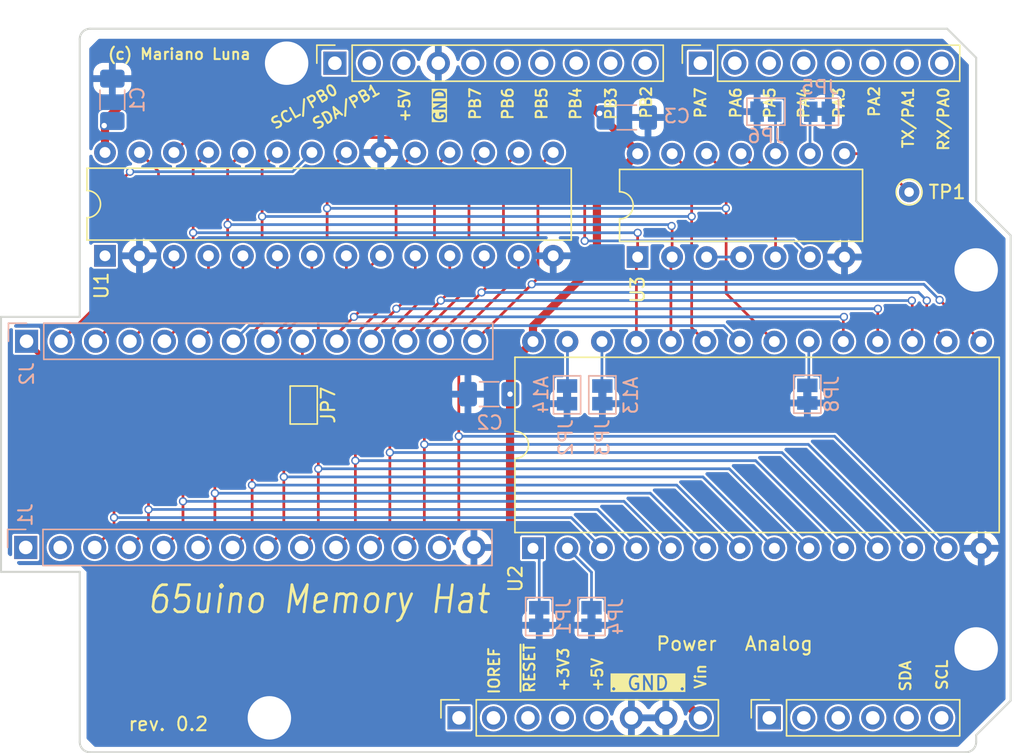
<source format=kicad_pcb>
(kicad_pcb (version 20221018) (generator pcbnew)
  (title_block (title "65uino Memory Hat") (date "2024-01-17") (rev "rev. 0.2") (company "(c) Mariano Luna"))
  (layers (0 "F.Cu" signal) (31 "B.Cu" signal) (34 "B.Paste" user) (35 "F.Paste" user) (36 "B.SilkS" user "B.Silkscreen") (37 "F.SilkS" user "F.Silkscreen") (38 "B.Mask" user) (39 "F.Mask" user) (44 "Edge.Cuts" user))
  (net 0 "")
  (net 1 "/SCL{slash}PB0")
  (net 2 "/SDA{slash}PB1")
  (net 3 "+5V")
  (net 4 "/IOREF")
  (net 5 "GND")
  (net 6 "/PB7{slash}LED")
  (net 7 "/PB6{slash}BTN")
  (net 8 "/PB5")
  (net 9 "/SDA{slash}A4")
  (net 10 "/SCL{slash}A5")
  (net 11 "/PB4")
  (net 12 "/PB3")
  (net 13 "/AREF")
  (net 14 "/PB2")
  (net 16 "/NC{slash}A0")
  (net 17 "/NC{slash}A1")
  (net 18 "/NC{slash}A2")
  (net 19 "/NC{slash}A3")
  (net 20 "/PA7")
  (net 21 "/PA6")
  (net 22 "/PA5")
  (net 23 "/PA4")
  (net 24 "/PA3")
  (net 25 "/PA2")
  (net 26 "+3V3")
  (net 27 "VCC")
  (net 28 "/~{RESET}")
  (net 29 "/TX{slash}PA1")
  (net 30 "/RX{slash}PA0")
  (net 31 "A7")
  (net 32 "A6")
  (net 33 "A5")
  (net 34 "A4")
  (net 35 "A3")
  (net 36 "A2")
  (net 37 "A1")
  (net 38 "A0")
  (net 39 "D0")
  (net 40 "D1")
  (net 41 "D2")
  (net 42 "D3")
  (net 43 "D4")
  (net 44 "D5")
  (net 45 "D6")
  (net 46 "D7")
  (net 47 "A10")
  (net 48 "JP8 A12")
  (net 49 "A11")
  (net 50 "A9")
  (net 51 "A8")
  (net 52 "RAM_CS2")
  (net 53 "JP2 ~{WE}")
  (net 54 "A15")
  (net 55 "A12")
  (net 56 "~{A12}")
  (net 57 "A13")
  (net 58 "A14")
  (net 59 "/Pin15")
  (net 60 "/Pin12")
  (net 61 "Net-(JP5-B)")
  (net 62 "Net-(JP6-B)")
  (net 63 "Net-(TP1-Pad1)")
  (net 64 "Net-(U3-Pad3)")
  (net 65 "Net-(U3-Pad11)")
  (net 66 "/GND{slash}CE")
  (net 68 "/~{CE}")
  (footprint "Connector_PinSocket_2.54mm:PinSocket_1x08_P2.54mm_Vertical" (layer "F.Cu") (at 127.94 97.46 90)
    (fp_text reference "J4" hide)
    (fp_text value "Power" (at 5.46 16.76 180) (layer "F.SilkS"))
    (pad "1" thru_hole rect locked (at 0 0 90) (size 1.7 1.7) (drill 1) (layers "*.Cu" "*.Mask"))
    (pad "2" thru_hole oval locked (at 0 2.54 90) (size 1.7 1.7) (drill 1) (layers "*.Cu" "*.Mask") (net 4 "/IOREF"))
    (pad "3" thru_hole oval locked (at 0 5.08 90) (size 1.7 1.7) (drill 1) (layers "*.Cu" "*.Mask") (net 28 "/~{RESET}"))
    (pad "4" thru_hole oval locked (at 0 7.62 90) (size 1.7 1.7) (drill 1) (layers "*.Cu" "*.Mask") (net 26 "+3V3"))
    (pad "5" thru_hole oval locked (at 0 10.16 90) (size 1.7 1.7) (drill 1) (layers "*.Cu" "*.Mask") (net 3 "+5V"))
    (pad "6" thru_hole oval locked (at 0 12.7 90) (size 1.7 1.7) (drill 1) (layers "*.Cu" "*.Mask") (net 5 "GND"))
    (pad "7" thru_hole oval locked (at 0 15.24 90) (size 1.7 1.7) (drill 1) (layers "*.Cu" "*.Mask") (net 5 "GND"))
    (pad "8" thru_hole oval locked (at 0 17.78 90) (size 1.7 1.7) (drill 1) (layers "*.Cu" "*.Mask") (net 27 "VCC"))
  )
  (footprint "Connector_PinSocket_2.54mm:PinSocket_1x06_P2.54mm_Vertical" (layer "F.Cu") (at 150.8 97.46 90)
    (fp_text reference "J5" hide)
    (fp_text value "Analog" (at 5.46 0.7 180) (layer "F.SilkS"))
    (pad "1" thru_hole rect locked (at 0 0 90) (size 1.7 1.7) (drill 1) (layers "*.Cu" "*.Mask") (net 16 "/NC{slash}A0"))
    (pad "2" thru_hole oval locked (at 0 2.54 90) (size 1.7 1.7) (drill 1) (layers "*.Cu" "*.Mask") (net 17 "/NC{slash}A1"))
    (pad "3" thru_hole oval locked (at 0 5.08 90) (size 1.7 1.7) (drill 1) (layers "*.Cu" "*.Mask") (net 18 "/NC{slash}A2"))
    (pad "4" thru_hole oval locked (at 0 7.62 90) (size 1.7 1.7) (drill 1) (layers "*.Cu" "*.Mask") (net 19 "/NC{slash}A3"))
    (pad "5" thru_hole oval locked (at 0 10.16 90) (size 1.7 1.7) (drill 1) (layers "*.Cu" "*.Mask") (net 9 "/SDA{slash}A4"))
    (pad "6" thru_hole oval locked (at 0 12.7 90) (size 1.7 1.7) (drill 1) (layers "*.Cu" "*.Mask") (net 10 "/SCL{slash}A5"))
  )
  (footprint "Connector_PinSocket_2.54mm:PinSocket_1x10_P2.54mm_Vertical" (layer "F.Cu") (at 118.796 49.2 90)
    (fp_text reference "J3" hide)
    (fp_text value "Digital/PWM")
    (pad "1" thru_hole rect locked (at 0 0 90) (size 1.7 1.7) (drill 1) (layers "*.Cu" "*.Mask") (net 1 "/SCL{slash}PB0"))
    (pad "2" thru_hole oval locked (at 0 2.54 90) (size 1.7 1.7) (drill 1) (layers "*.Cu" "*.Mask") (net 2 "/SDA{slash}PB1"))
    (pad "3" thru_hole oval locked (at 0 5.08 90) (size 1.7 1.7) (drill 1) (layers "*.Cu" "*.Mask") (net 13 "/AREF"))
    (pad "4" thru_hole oval locked (at 0 7.62 90) (size 1.7 1.7) (drill 1) (layers "*.Cu" "*.Mask") (net 5 "GND"))
    (pad "5" thru_hole oval locked (at 0 10.16 90) (size 1.7 1.7) (drill 1) (layers "*.Cu" "*.Mask") (net 6 "/PB7{slash}LED"))
    (pad "6" thru_hole oval locked (at 0 12.7 90) (size 1.7 1.7) (drill 1) (layers "*.Cu" "*.Mask") (net 7 "/PB6{slash}BTN"))
    (pad "7" thru_hole oval locked (at 0 15.24 90) (size 1.7 1.7) (drill 1) (layers "*.Cu" "*.Mask") (net 8 "/PB5"))
    (pad "8" thru_hole oval locked (at 0 17.78 90) (size 1.7 1.7) (drill 1) (layers "*.Cu" "*.Mask") (net 11 "/PB4"))
    (pad "9" thru_hole oval locked (at 0 20.32 90) (size 1.7 1.7) (drill 1) (layers "*.Cu" "*.Mask") (net 12 "/PB3"))
    (pad "10" thru_hole oval locked (at 0 22.86 90) (size 1.7 1.7) (drill 1) (layers "*.Cu" "*.Mask") (net 14 "/PB2"))
  )
  (footprint "Connector_PinSocket_2.54mm:PinSocket_1x08_P2.54mm_Vertical" (layer "F.Cu") (at 145.72 49.2 90)
    (fp_text reference "J6" hide)
    (fp_text value "Digital/PWM")
    (pad "1" thru_hole rect locked (at 0 0 90) (size 1.7 1.7) (drill 1) (layers "*.Cu" "*.Mask") (net 20 "/PA7"))
    (pad "2" thru_hole oval locked (at 0 2.54 90) (size 1.7 1.7) (drill 1) (layers "*.Cu" "*.Mask") (net 21 "/PA6"))
    (pad "3" thru_hole oval locked (at 0 5.08 90) (size 1.7 1.7) (drill 1) (layers "*.Cu" "*.Mask") (net 22 "/PA5"))
    (pad "4" thru_hole oval locked (at 0 7.62 90) (size 1.7 1.7) (drill 1) (layers "*.Cu" "*.Mask") (net 23 "/PA4"))
    (pad "5" thru_hole oval locked (at 0 10.16 90) (size 1.7 1.7) (drill 1) (layers "*.Cu" "*.Mask") (net 24 "/PA3"))
    (pad "6" thru_hole oval locked (at 0 12.7 90) (size 1.7 1.7) (drill 1) (layers "*.Cu" "*.Mask") (net 25 "/PA2"))
    (pad "7" thru_hole oval locked (at 0 15.24 90) (size 1.7 1.7) (drill 1) (layers "*.Cu" "*.Mask") (net 29 "/TX{slash}PA1"))
    (pad "8" thru_hole oval locked (at 0 17.78 90) (size 1.7 1.7) (drill 1) (layers "*.Cu" "*.Mask") (net 30 "/RX{slash}PA0"))
  )
  (footprint "Package_DIP:DIP-14_W7.62mm" (layer "F.Cu") (at 141.1 63.49 90)
    (fp_text reference "U3" (at -2.41 0 90) (layer "F.SilkS"))
    (fp_text value "74LS32")
    (pad "1" thru_hole rect (at 0 0 90) (size 1.6 1.6) (drill 0.8) (layers "*.Cu" "*.Mask") (net 51 "A8"))
    (pad "2" thru_hole oval (at 0 2.54 90) (size 1.6 1.6) (drill 0.8) (layers "*.Cu" "*.Mask") (net 50 "A9"))
    (pad "3" thru_hole oval (at 0 5.08 90) (size 1.6 1.6) (drill 0.8) (layers "*.Cu" "*.Mask") (net 64 "Net-(U3-Pad3)"))
    (pad "4" thru_hole oval (at 0 7.62 90) (size 1.6 1.6) (drill 0.8) (layers "*.Cu" "*.Mask") (net 64 "Net-(U3-Pad3)"))
    (pad "5" thru_hole oval (at 0 10.16 90) (size 1.6 1.6) (drill 0.8) (layers "*.Cu" "*.Mask") (net 65 "Net-(U3-Pad11)"))
    (pad "6" thru_hole oval (at 0 12.7 90) (size 1.6 1.6) (drill 0.8) (layers "*.Cu" "*.Mask") (net 52 "RAM_CS2"))
    (pad "7" thru_hole oval (at 0 15.24 90) (size 1.6 1.6) (drill 0.8) (layers "*.Cu" "*.Mask") (net 5 "GND"))
    (pad "8" thru_hole oval (at 7.62 15.24 90) (size 1.6 1.6) (drill 0.8) (layers "*.Cu" "*.Mask") (net 63 "Net-(TP1-Pad1)"))
    (pad "9" thru_hole oval (at 7.62 12.7 90) (size 1.6 1.6) (drill 0.8) (layers "*.Cu" "*.Mask") (net 61 "Net-(JP5-B)"))
    (pad "10" thru_hole oval (at 7.62 10.16 90) (size 1.6 1.6) (drill 0.8) (layers "*.Cu" "*.Mask") (net 62 "Net-(JP6-B)"))
    (pad "11" thru_hole oval (at 7.62 7.62 90) (size 1.6 1.6) (drill 0.8) (layers "*.Cu" "*.Mask") (net 65 "Net-(U3-Pad11)"))
    (pad "12" thru_hole oval (at 7.62 5.08 90) (size 1.6 1.6) (drill 0.8) (layers "*.Cu" "*.Mask") (net 47 "A10"))
    (pad "13" thru_hole oval (at 7.62 2.54 90) (size 1.6 1.6) (drill 0.8) (layers "*.Cu" "*.Mask") (net 49 "A11"))
    (pad "14" thru_hole oval (at 7.62 0 90) (size 1.6 1.6) (drill 0.8) (layers "*.Cu" "*.Mask") (net 27 "VCC"))
  )
  (footprint "TestPoint:TestPoint_THTPad_D1.5mm_Drill0.7mm" (layer "F.Cu") (at 161.1 58.7)
    (fp_text reference "TP1" (at 2.8 0) (layer "F.SilkS"))
    (fp_text value "~")
    (pad "1" thru_hole circle (at 0 0) (size 1.5 1.5) (drill 0.7) (layers "*.Cu" "*.Mask") (net 63 "Net-(TP1-Pad1)"))
  )
  (footprint "Arduino_MountingHole:MountingHole_3.2mm" (layer "F.Cu") (at 115.24 49.2)
    (fp_text reference "MH1" hide)
    (fp_text value "MountingHole_3.2mm" hide)
    (pad "" np_thru_hole circle locked (at 0 0) (size 3.2 3.2) (drill 3.2) (layers "*.Cu" "*.Mask"))
  )
  (footprint "Package_DIP:DIP-28_W15.24mm" (layer "F.Cu") (at 133.39 84.96 90)
    (fp_text reference "U2" (at -2.24 -1.29 90) (layer "F.SilkS"))
    (fp_text value "27C512")
    (pad "1" thru_hole rect (at 0 0 90) (size 1.6 1.6) (drill 0.8) (layers "*.Cu" "*.Mask") (net 54 "A15"))
    (pad "2" thru_hole oval (at 0 2.54 90) (size 1.6 1.6) (drill 0.8) (layers "*.Cu" "*.Mask") (net 55 "A12"))
    (pad "3" thru_hole oval (at 0 5.08 90) (size 1.6 1.6) (drill 0.8) (layers "*.Cu" "*.Mask") (net 31 "A7"))
    (pad "4" thru_hole oval (at 0 7.62 90) (size 1.6 1.6) (drill 0.8) (layers "*.Cu" "*.Mask") (net 32 "A6"))
    (pad "5" thru_hole oval (at 0 10.16 90) (size 1.6 1.6) (drill 0.8) (layers "*.Cu" "*.Mask") (net 33 "A5"))
    (pad "6" thru_hole oval (at 0 12.7 90) (size 1.6 1.6) (drill 0.8) (layers "*.Cu" "*.Mask") (net 34 "A4"))
    (pad "7" thru_hole oval (at 0 15.24 90) (size 1.6 1.6) (drill 0.8) (layers "*.Cu" "*.Mask") (net 35 "A3"))
    (pad "8" thru_hole oval (at 0 17.78 90) (size 1.6 1.6) (drill 0.8) (layers "*.Cu" "*.Mask") (net 36 "A2"))
    (pad "9" thru_hole oval (at 0 20.32 90) (size 1.6 1.6) (drill 0.8) (layers "*.Cu" "*.Mask") (net 37 "A1"))
    (pad "10" thru_hole oval (at 0 22.86 90) (size 1.6 1.6) (drill 0.8) (layers "*.Cu" "*.Mask") (net 38 "A0"))
    (pad "11" thru_hole oval (at 0 25.4 90) (size 1.6 1.6) (drill 0.8) (layers "*.Cu" "*.Mask") (net 39 "D0"))
    (pad "12" thru_hole oval (at 0 27.94 90) (size 1.6 1.6) (drill 0.8) (layers "*.Cu" "*.Mask") (net 40 "D1"))
    (pad "13" thru_hole oval (at 0 30.48 90) (size 1.6 1.6) (drill 0.8) (layers "*.Cu" "*.Mask") (net 41 "D2"))
    (pad "14" thru_hole oval (at 0 33.02 90) (size 1.6 1.6) (drill 0.8) (layers "*.Cu" "*.Mask") (net 5 "GND"))
    (pad "15" thru_hole oval (at 15.24 33.02 90) (size 1.6 1.6) (drill 0.8) (layers "*.Cu" "*.Mask") (net 42 "D3"))
    (pad "16" thru_hole oval (at 15.24 30.48 90) (size 1.6 1.6) (drill 0.8) (layers "*.Cu" "*.Mask") (net 43 "D4"))
    (pad "17" thru_hole oval (at 15.24 27.94 90) (size 1.6 1.6) (drill 0.8) (layers "*.Cu" "*.Mask") (net 44 "D5"))
    (pad "18" thru_hole oval (at 15.24 25.4 90) (size 1.6 1.6) (drill 0.8) (layers "*.Cu" "*.Mask") (net 45 "D6"))
    (pad "19" thru_hole oval (at 15.24 22.86 90) (size 1.6 1.6) (drill 0.8) (layers "*.Cu" "*.Mask") (net 46 "D7"))
    (pad "20" thru_hole oval (at 15.24 20.32 90) (size 1.6 1.6) (drill 0.8) (layers "*.Cu" "*.Mask") (net 68 "/~{CE}"))
    (pad "21" thru_hole oval (at 15.24 17.78 90) (size 1.6 1.6) (drill 0.8) (layers "*.Cu" "*.Mask") (net 47 "A10"))
    (pad "22" thru_hole oval (at 15.24 15.24 90) (size 1.6 1.6) (drill 0.8) (layers "*.Cu" "*.Mask") (net 56 "~{A12}"))
    (pad "23" thru_hole oval (at 15.24 12.7 90) (size 1.6 1.6) (drill 0.8) (layers "*.Cu" "*.Mask") (net 49 "A11"))
    (pad "24" thru_hole oval (at 15.24 10.16 90) (size 1.6 1.6) (drill 0.8) (layers "*.Cu" "*.Mask") (net 50 "A9"))
    (pad "25" thru_hole oval (at 15.24 7.62 90) (size 1.6 1.6) (drill 0.8) (layers "*.Cu" "*.Mask") (net 51 "A8"))
    (pad "26" thru_hole oval (at 15.24 5.08 90) (size 1.6 1.6) (drill 0.8) (layers "*.Cu" "*.Mask") (net 57 "A13"))
    (pad "27" thru_hole oval (at 15.24 2.54 90) (size 1.6 1.6) (drill 0.8) (layers "*.Cu" "*.Mask") (net 58 "A14"))
    (pad "28" thru_hole oval (at 15.24 0 90) (size 1.6 1.6) (drill 0.8) (layers "*.Cu" "*.Mask") (net 27 "VCC"))
  )
  (footprint "Package_DIP:DIP-28_W7.62mm" (layer "F.Cu") (at 101.86 63.4 90)
    (fp_text reference "U1" (at -2.2 -0.26 90) (layer "F.SilkS"))
    (fp_text value "AS7C164A-15PCN")
    (pad "1" thru_hole rect (at 0 0 90) (size 1.6 1.6) (drill 0.8) (layers "*.Cu" "*.Mask"))
    (pad "2" thru_hole oval (at 0 2.54 90) (size 1.6 1.6) (drill 0.8) (layers "*.Cu" "*.Mask") (net 5 "GND"))
    (pad "3" thru_hole oval (at 0 5.08 90) (size 1.6 1.6) (drill 0.8) (layers "*.Cu" "*.Mask") (net 31 "A7"))
    (pad "4" thru_hole oval (at 0 7.62 90) (size 1.6 1.6) (drill 0.8) (layers "*.Cu" "*.Mask") (net 32 "A6"))
    (pad "5" thru_hole oval (at 0 10.16 90) (size 1.6 1.6) (drill 0.8) (layers "*.Cu" "*.Mask") (net 33 "A5"))
    (pad "6" thru_hole oval (at 0 12.7 90) (size 1.6 1.6) (drill 0.8) (layers "*.Cu" "*.Mask") (net 34 "A4"))
    (pad "7" thru_hole oval (at 0 15.24 90) (size 1.6 1.6) (drill 0.8) (layers "*.Cu" "*.Mask") (net 35 "A3"))
    (pad "8" thru_hole oval (at 0 17.78 90) (size 1.6 1.6) (drill 0.8) (layers "*.Cu" "*.Mask") (net 36 "A2"))
    (pad "9" thru_hole oval (at 0 20.32 90) (size 1.6 1.6) (drill 0.8) (layers "*.Cu" "*.Mask") (net 37 "A1"))
    (pad "10" thru_hole oval (at 0 22.86 90) (size 1.6 1.6) (drill 0.8) (layers "*.Cu" "*.Mask") (net 38 "A0"))
    (pad "11" thru_hole oval (at 0 25.4 90) (size 1.6 1.6) (drill 0.8) (layers "*.Cu" "*.Mask") (net 39 "D0"))
    (pad "12" thru_hole oval (at 0 27.94 90) (size 1.6 1.6) (drill 0.8) (layers "*.Cu" "*.Mask") (net 40 "D1"))
    (pad "13" thru_hole oval (at 0 30.48 90) (size 1.6 1.6) (drill 0.8) (layers "*.Cu" "*.Mask") (net 41 "D2"))
    (pad "14" thru_hole oval (at 0 33.02 90) (size 1.6 1.6) (drill 0.8) (layers "*.Cu" "*.Mask") (net 5 "GND"))
    (pad "15" thru_hole oval (at 7.62 33.02 90) (size 1.6 1.6) (drill 0.8) (layers "*.Cu" "*.Mask") (net 42 "D3"))
    (pad "16" thru_hole oval (at 7.62 30.48 90) (size 1.6 1.6) (drill 0.8) (layers "*.Cu" "*.Mask") (net 43 "D4"))
    (pad "17" thru_hole oval (at 7.62 27.94 90) (size 1.6 1.6) (drill 0.8) (layers "*.Cu" "*.Mask") (net 44 "D5"))
    (pad "18" thru_hole oval (at 7.62 25.4 90) (size 1.6 1.6) (drill 0.8) (layers "*.Cu" "*.Mask") (net 45 "D6"))
    (pad "19" thru_hole oval (at 7.62 22.86 90) (size 1.6 1.6) (drill 0.8) (layers "*.Cu" "*.Mask") (net 46 "D7"))
    (pad "20" thru_hole oval (at 7.62 20.32 90) (size 1.6 1.6) (drill 0.8) (layers "*.Cu" "*.Mask") (net 5 "GND"))
    (pad "21" thru_hole oval (at 7.62 17.78 90) (size 1.6 1.6) (drill 0.8) (layers "*.Cu" "*.Mask") (net 47 "A10"))
    (pad "22" thru_hole oval (at 7.62 15.24 90) (size 1.6 1.6) (drill 0.8) (layers "*.Cu" "*.Mask") (net 48 "JP8 A12"))
    (pad "23" thru_hole oval (at 7.62 12.7 90) (size 1.6 1.6) (drill 0.8) (layers "*.Cu" "*.Mask") (net 49 "A11"))
    (pad "24" thru_hole oval (at 7.62 10.16 90) (size 1.6 1.6) (drill 0.8) (layers "*.Cu" "*.Mask") (net 50 "A9"))
    (pad "25" thru_hole oval (at 7.62 7.62 90) (size 1.6 1.6) (drill 0.8) (layers "*.Cu" "*.Mask") (net 51 "A8"))
    (pad "26" thru_hole oval (at 7.62 5.08 90) (size 1.6 1.6) (drill 0.8) (layers "*.Cu" "*.Mask") (net 52 "RAM_CS2"))
    (pad "27" thru_hole oval (at 7.62 2.54 90) (size 1.6 1.6) (drill 0.8) (layers "*.Cu" "*.Mask") (net 53 "JP2 ~{WE}"))
    (pad "28" thru_hole oval (at 7.62 0 90) (size 1.6 1.6) (drill 0.8) (layers "*.Cu" "*.Mask") (net 27 "VCC"))
  )
  (footprint "Jumper:SolderJumper-2_P1.3mm_Bridged_Pad1.0x1.5mm" (layer "F.Cu") (at 116.5 74.4 -90)
    (fp_text reference "JP7" (at 0 -1.8 90) (layer "F.SilkS"))
    (fp_text value "CE")
    (fp_poly (pts (xy -0.25 -0.3) (xy 0.25 -0.3) (xy 0.25 0.3) (xy -0.25 0.3)) (fill solid) (layer "F.Cu"))
    (pad "1" smd rect (at -0.65 0 270) (size 1 1.5) (layers "F.Cu" "F.Mask") (net 66 "/GND{slash}CE"))
    (pad "2" smd rect (at 0.65 0 270) (size 1 1.5) (layers "F.Cu" "F.Mask"))
  )
  (footprint "Arduino_MountingHole:MountingHole_3.2mm" (layer "F.Cu") (at 113.97 97.46)
    (fp_text reference "MH2" hide)
    (fp_text value "MountingHole_3.2mm" hide)
    (pad "" np_thru_hole circle locked (at 0 0) (size 3.2 3.2) (drill 3.2) (layers "*.Cu" "*.Mask"))
  )
  (footprint "Arduino_MountingHole:MountingHole_3.2mm" (layer "F.Cu") (at 166.04 64.44)
    (fp_text reference "MH3" hide)
    (fp_text value "MountingHole_3.2mm" hide)
    (pad "" np_thru_hole circle locked (at 0 0) (size 3.2 3.2) (drill 3.2) (layers "*.Cu" "*.Mask"))
  )
  (footprint "Arduino_MountingHole:MountingHole_3.2mm" (layer "F.Cu") (at 166.04 92.38)
    (fp_text reference "MH4" hide)
    (fp_text value "MountingHole_3.2mm" hide)
    (pad "" np_thru_hole circle locked (at 0 0) (size 3.2 3.2) (drill 3.2) (layers "*.Cu" "*.Mask"))
  )
  (footprint "Jumper:SolderJumper-2_P1.3mm_Bridged_Pad1.0x1.5mm" (layer "B.Cu") (at 154.5 52.78 180)
    (fp_text reference "JP5" (at 0 1.8) (layer "B.SilkS") (effects (justify mirror)))
    (fp_text value "~")
    (fp_poly (pts (xy -0.25 0.3) (xy 0.25 0.3) (xy 0.25 -0.3) (xy -0.25 -0.3)) (fill solid) (layer "B.Cu"))
    (pad "1" smd rect (at -0.65 0 180) (size 1 1.5) (layers "B.Cu" "B.Mask") (net 5 "GND"))
    (pad "2" smd rect (at 0.65 0 180) (size 1 1.5) (layers "B.Cu" "B.Mask") (net 61 "Net-(JP5-B)"))
  )
  (footprint "Connector_PinHeader_2.54mm:PinHeader_1x14_P2.54mm_Vertical" (layer "B.Cu") (at 96.02 84.9 -90)
    (fp_text reference "J1" (at -2.4 0.02 90) (layer "B.SilkS") (effects (justify mirror)))
    (fp_text value "Conn_01x14_Pin")
    (pad "1" thru_hole rect (at 0 0 270) (size 1.7 1.7) (drill 1) (layers "*.Cu" "*.Mask") (net 59 "/Pin15"))
    (pad "2" thru_hole oval (at 0 -2.54 270) (size 1.7 1.7) (drill 1) (layers "*.Cu" "*.Mask") (net 60 "/Pin12"))
    (pad "3" thru_hole oval (at 0 -5.08 270) (size 1.7 1.7) (drill 1) (layers "*.Cu" "*.Mask") (net 31 "A7"))
    (pad "4" thru_hole oval (at 0 -7.62 270) (size 1.7 1.7) (drill 1) (layers "*.Cu" "*.Mask") (net 32 "A6"))
    (pad "5" thru_hole oval (at 0 -10.16 270) (size 1.7 1.7) (drill 1) (layers "*.Cu" "*.Mask") (net 33 "A5"))
    (pad "6" thru_hole oval (at 0 -12.7 270) (size 1.7 1.7) (drill 1) (layers "*.Cu" "*.Mask") (net 34 "A4"))
    (pad "7" thru_hole oval (at 0 -15.24 270) (size 1.7 1.7) (drill 1) (layers "*.Cu" "*.Mask") (net 35 "A3"))
    (pad "8" thru_hole oval (at 0 -17.78 270) (size 1.7 1.7) (drill 1) (layers "*.Cu" "*.Mask") (net 36 "A2"))
    (pad "9" thru_hole oval (at 0 -20.32 270) (size 1.7 1.7) (drill 1) (layers "*.Cu" "*.Mask") (net 37 "A1"))
    (pad "10" thru_hole oval (at 0 -22.86 270) (size 1.7 1.7) (drill 1) (layers "*.Cu" "*.Mask") (net 38 "A0"))
    (pad "11" thru_hole oval (at 0 -25.4 270) (size 1.7 1.7) (drill 1) (layers "*.Cu" "*.Mask") (net 39 "D0"))
    (pad "12" thru_hole oval (at 0 -27.94 270) (size 1.7 1.7) (drill 1) (layers "*.Cu" "*.Mask") (net 40 "D1"))
    (pad "13" thru_hole oval (at 0 -30.48 270) (size 1.7 1.7) (drill 1) (layers "*.Cu" "*.Mask") (net 41 "D2"))
    (pad "14" thru_hole oval (at 0 -33.02 270) (size 1.7 1.7) (drill 1) (layers "*.Cu" "*.Mask") (net 5 "GND"))
  )
  (footprint "Capacitor_SMD:C_1206_3216Metric_Pad1.33x1.80mm_HandSolder" (layer "B.Cu") (at 102.4 51.9 90)
    (fp_text reference "C1" (at 0 1.85 90) (layer "B.SilkS") (effects (justify mirror)))
    (fp_text value "C")
    (pad "1" smd roundrect (at -1.5625 0 90) (size 1.325 1.8) (layers "B.Cu" "B.Paste" "B.Mask") (roundrect_rratio 0.188679) (net 27 "VCC"))
    (pad "2" smd roundrect (at 1.5625 0 90) (size 1.325 1.8) (layers "B.Cu" "B.Paste" "B.Mask") (roundrect_rratio 0.188679) (net 5 "GND"))
  )
  (footprint "Jumper:SolderJumper-2_P1.3mm_Bridged_Pad1.0x1.5mm" (layer "B.Cu") (at 133.85 89.99 90)
    (fp_text reference "JP1" (at 0 1.8 90) (layer "B.SilkS") (effects (justify mirror)))
    (fp_text value "A15")
    (fp_poly (pts (xy -0.25 0.3) (xy 0.25 0.3) (xy 0.25 -0.3) (xy -0.25 -0.3)) (fill solid) (layer "B.Cu"))
    (pad "1" smd rect (at -0.65 0 90) (size 1 1.5) (layers "B.Cu" "B.Mask") (net 5 "GND"))
    (pad "2" smd rect (at 0.65 0 90) (size 1 1.5) (layers "B.Cu" "B.Mask") (net 54 "A15"))
  )
  (footprint "Jumper:SolderJumper-2_P1.3mm_Bridged_Pad1.0x1.5mm" (layer "B.Cu") (at 153.6 73.6 90)
    (fp_text reference "JP8" (at 0 1.8 90) (layer "B.SilkS") (effects (justify mirror)))
    (fp_text value "CE")
    (fp_poly (pts (xy -0.25 0.3) (xy 0.25 0.3) (xy 0.25 -0.3) (xy -0.25 -0.3)) (fill solid) (layer "B.Cu"))
    (pad "1" smd rect (at -0.65 0 90) (size 1 1.5) (layers "B.Cu" "B.Mask") (net 5 "GND"))
    (pad "2" smd rect (at 0.65 0 90) (size 1 1.5) (layers "B.Cu" "B.Mask") (net 68 "/~{CE}"))
  )
  (footprint "Jumper:SolderJumper-2_P1.3mm_Bridged_Pad1.0x1.5mm" (layer "B.Cu") (at 150.55 52.77)
    (fp_text reference "JP6" (at 0 1.8) (layer "B.SilkS") (effects (justify mirror)))
    (fp_text value "~")
    (fp_poly (pts (xy -0.25 0.3) (xy 0.25 0.3) (xy 0.25 -0.3) (xy -0.25 -0.3)) (fill solid) (layer "B.Cu"))
    (pad "1" smd rect (at -0.65 0) (size 1 1.5) (layers "B.Cu" "B.Mask") (net 5 "GND"))
    (pad "2" smd rect (at 0.65 0) (size 1 1.5) (layers "B.Cu" "B.Mask") (net 62 "Net-(JP6-B)"))
  )
  (footprint "Jumper:SolderJumper-2_P1.3mm_Bridged_Pad1.0x1.5mm" (layer "B.Cu") (at 137.7 89.99 90)
    (fp_text reference "JP4" (at 0 1.8 90) (layer "B.SilkS") (effects (justify mirror)))
    (fp_text value "A12")
    (fp_poly (pts (xy -0.25 0.3) (xy 0.25 0.3) (xy 0.25 -0.3) (xy -0.25 -0.3)) (fill solid) (layer "B.Cu"))
    (pad "1" smd rect (at -0.65 0 90) (size 1 1.5) (layers "B.Cu" "B.Mask") (net 5 "GND"))
    (pad "2" smd rect (at 0.65 0 90) (size 1 1.5) (layers "B.Cu" "B.Mask") (net 55 "A12"))
  )
  (footprint "Jumper:SolderJumper-2_P1.3mm_Bridged_Pad1.0x1.5mm" (layer "B.Cu") (at 135.9 73.65 90)
    (fp_text reference "JP2" (at -3.15 -0.1 90) (layer "B.SilkS") (effects (justify mirror)))
    (fp_text value "A14" (at 0 -1.9 90) (layer "B.SilkS") (effects (justify mirror)))
    (fp_poly (pts (xy -0.25 0.3) (xy 0.25 0.3) (xy 0.25 -0.3) (xy -0.25 -0.3)) (fill solid) (layer "B.Cu"))
    (pad "1" smd rect (at -0.65 0 90) (size 1 1.5) (layers "B.Cu" "B.Mask") (net 5 "GND"))
    (pad "2" smd rect (at 0.65 0 90) (size 1 1.5) (layers "B.Cu" "B.Mask") (net 58 "A14"))
  )
  (footprint "Capacitor_SMD:C_1206_3216Metric_Pad1.33x1.80mm_HandSolder" (layer "B.Cu") (at 140.3 53.2)
    (fp_text reference "C3" (at 3.7 -0.1) (layer "B.SilkS") (effects (justify mirror)))
    (fp_text value "C")
    (pad "1" smd roundrect (at -1.5625 0) (size 1.325 1.8) (layers "B.Cu" "B.Paste" "B.Mask") (roundrect_rratio 0.188679) (net 27 "VCC"))
    (pad "2" smd roundrect (at 1.5625 0) (size 1.325 1.8) (layers "B.Cu" "B.Paste" "B.Mask") (roundrect_rratio 0.188679) (net 5 "GND"))
  )
  (footprint "Jumper:SolderJumper-2_P1.3mm_Bridged_Pad1.0x1.5mm" (layer "B.Cu") (at 138.5 73.65 90)
    (fp_text reference "JP3" (at -3.15 0 90) (layer "B.SilkS") (effects (justify mirror)))
    (fp_text value "A13" (at -0.05 2.1 90) (layer "B.SilkS") (effects (justify mirror)))
    (fp_poly (pts (xy -0.25 0.3) (xy 0.25 0.3) (xy 0.25 -0.3) (xy -0.25 -0.3)) (fill solid) (layer "B.Cu"))
    (pad "1" smd rect (at -0.65 0 90) (size 1 1.5) (layers "B.Cu" "B.Mask") (net 5 "GND"))
    (pad "2" smd rect (at 0.65 0 90) (size 1 1.5) (layers "B.Cu" "B.Mask") (net 57 "A13"))
  )
  (footprint "Capacitor_SMD:C_1206_3216Metric_Pad1.33x1.80mm_HandSolder" (layer "B.Cu") (at 130.1625 73.6 180)
    (fp_text reference "C2" (at -0.0375 -2.1) (layer "B.SilkS") (effects (justify mirror)))
    (fp_text value "C")
    (pad "1" smd roundrect (at -1.5625 0 180) (size 1.325 1.8) (layers "B.Cu" "B.Paste" "B.Mask") (roundrect_rratio 0.188679) (net 27 "VCC"))
    (pad "2" smd roundrect (at 1.5625 0 180) (size 1.325 1.8) (layers "B.Cu" "B.Paste" "B.Mask") (roundrect_rratio 0.188679) (net 5 "GND"))
  )
  (footprint "Connector_PinHeader_2.54mm:PinHeader_1x14_P2.54mm_Vertical" (layer "B.Cu") (at 96.08 69.7 -90)
    (fp_text reference "J2" (at 2.4 -0.02 90) (layer "B.SilkS") (effects (justify mirror)))
    (fp_text value "Conn_01x14_Pin")
    (pad "1" thru_hole rect (at 0 0 270) (size 1.7 1.7) (drill 1) (layers "*.Cu" "*.Mask") (net 27 "VCC"))
    (pad "2" thru_hole oval (at 0 -2.54 270) (size 1.7 1.7) (drill 1) (layers "*.Cu" "*.Mask") (net 48 "JP8 A12"))
    (pad "3" thru_hole oval (at 0 -5.08 270) (size 1.7 1.7) (drill 1) (layers "*.Cu" "*.Mask") (net 53 "JP2 ~{WE}"))
    (pad "4" thru_hole oval (at 0 -7.62 270) (size 1.7 1.7) (drill 1) (layers "*.Cu" "*.Mask") (net 51 "A8"))
    (pad "5" thru_hole oval (at 0 -10.16 270) (size 1.7 1.7) (drill 1) (layers "*.Cu" "*.Mask") (net 50 "A9"))
    (pad "6" thru_hole oval (at 0 -12.7 270) (size 1.7 1.7) (drill 1) (layers "*.Cu" "*.Mask") (net 49 "A11"))
    (pad "7" thru_hole oval (at 0 -15.24 270) (size 1.7 1.7) (drill 1) (layers "*.Cu" "*.Mask") (net 56 "~{A12}"))
    (pad "8" thru_hole oval (at 0 -17.78 270) (size 1.7 1.7) (drill 1) (layers "*.Cu" "*.Mask") (net 47 "A10"))
    (pad "9" thru_hole oval (at 0 -20.32 270) (size 1.7 1.7) (drill 1) (layers "*.Cu" "*.Mask") (net 66 "/GND{slash}CE"))
    (pad "10" thru_hole oval (at 0 -22.86 270) (size 1.7 1.7) (drill 1) (layers "*.Cu" "*.Mask") (net 46 "D7"))
    (pad "11" thru_hole oval (at 0 -25.4 270) (size 1.7 1.7) (drill 1) (layers "*.Cu" "*.Mask") (net 45 "D6"))
    (pad "12" thru_hole oval (at 0 -27.94 270) (size 1.7 1.7) (drill 1) (layers "*.Cu" "*.Mask") (net 44 "D5"))
    (pad "13" thru_hole oval (at 0 -30.48 270) (size 1.7 1.7) (drill 1) (layers "*.Cu" "*.Mask") (net 43 "D4"))
    (pad "14" thru_hole oval (at 0 -33.02 270) (size 1.7 1.7) (drill 1) (layers "*.Cu" "*.Mask") (net 42 "D3"))
  )
  (gr_line (start 166.04 59.36) (end 168.58 61.9) (stroke (width 0.15)) (layer "Edge.Cuts"))
  (gr_line (start 100 99.238) (end 100 86.7) (stroke (width 0.15)) (layer "Edge.Cuts"))
  (gr_line (start 163.9 46.66) (end 166.04 48.8) (stroke (width 0.15)) (layer "Edge.Cuts"))
  (gr_line (start 168.58 61.9) (end 168.58 96.19) (stroke (width 0.15)) (layer "Edge.Cuts"))
  (gr_line (start 94.2 86.7) (end 94.2 67.9) (stroke (width 0.15)) (layer "Edge.Cuts"))
  (gr_line (start 165.278 100) (end 100.762 100) (stroke (width 0.15)) (layer "Edge.Cuts"))
  (gr_line (start 100.762 46.66) (end 163.9 46.66) (stroke (width 0.15)) (layer "Edge.Cuts"))
  (gr_arc (start 100.762 100) (mid 100.223185 99.776815) (end 100 99.238) (stroke (width 0.15)) (layer "Edge.Cuts"))
  (gr_line (start 168.58 96.19) (end 166.04 98.73) (stroke (width 0.15)) (layer "Edge.Cuts"))
  (gr_line (start 100 86.7) (end 94.2 86.7) (stroke (width 0.15)) (layer "Edge.Cuts"))
  (gr_arc (start 166.04 99.238) (mid 165.816815 99.776815) (end 165.278 100) (stroke (width 0.15)) (layer "Edge.Cuts"))
  (gr_line (start 94.2 67.9) (end 100 67.9) (stroke (width 0.15)) (layer "Edge.Cuts"))
  (gr_line (start 166.04 48.8) (end 166.04 59.36) (stroke (width 0.15)) (layer "Edge.Cuts"))
  (gr_line (start 166.04 98.73) (end 166.04 99.238) (stroke (width 0.15)) (layer "Edge.Cuts"))
  (gr_arc (start 100 47.422) (mid 100.223185 46.883185) (end 100.762 46.66) (stroke (width 0.15)) (layer "Edge.Cuts"))
  (gr_line (start 100 67.9) (end 100 47.422) (stroke (width 0.15)) (layer "Edge.Cuts"))
  (gr_text ". GND ." (at 139 95.5) (layer "F.SilkS" knockout) (effects (font (size 1 1)) (justify left bottom)))
  (gr_text "Vin" (at 146.2 95.4 90) (layer "F.SilkS") (effects (font (size 0.8 0.8)) (justify left bottom)))
  (gr_text "+5V" (at 138.6 95.6 90) (layer "F.SilkS") (effects (font (size 0.8 0.8)) (justify left bottom)))
  (gr_text "+3V3" (at 136.1 95.6 90) (layer "F.SilkS") (effects (font (size 0.8 0.8)) (justify left bottom)))
  (gr_text "PB2" (at 142.2 50.8 90) (layer "F.SilkS") (effects (font (size 0.8 0.8)) (justify right bottom)))
  (gr_text "PB5" (at 134.5 50.9 90) (layer "F.SilkS") (effects (font (size 0.8 0.8)) (justify right bottom)))
  (gr_text "RX/PA0" (at 164.1 50.9 90) (layer "F.SilkS") (effects (font (size 0.8 0.8)) (justify right bottom)))
  (gr_text "+5V" (at 124.4 51 90) (layer "F.SilkS") (effects (font (size 0.8 0.8)) (justify right bottom)))
  (gr_text "PA2" (at 159 50.8 90) (layer "F.SilkS") (effects (font (size 0.8 0.8)) (justify right bottom)))
  (gr_text "PA7" (at 146.2 50.9 90) (layer "F.SilkS") (effects (font (size 0.8 0.8)) (justify right bottom)))
  (gr_text "SDA" (at 161.3 95.6 90) (layer "F.SilkS") (effects (font (size 0.8 0.8)) (justify left bottom)))
  (gr_text "PB7" (at 129.6 50.9 90) (layer "F.SilkS") (effects (font (size 0.8 0.8)) (justify right bottom)))
  (gr_text "IOREF" (at 131 95.8 90) (layer "F.SilkS") (effects (font (size 0.8 0.8)) (justify left bottom)))
  (gr_text "SCL" (at 164 95.5 90) (layer "F.SilkS") (effects (font (size 0.8 0.8)) (justify left bottom)))
  (gr_text "SDA/PB1" (at 122.3 51.4 30) (layer "F.SilkS") (effects (font (size 0.8 0.8)) (justify right bottom)))
  (gr_text "PB3" (at 139.6 50.9 90) (layer "F.SilkS") (effects (font (size 0.8 0.8)) (justify right bottom)))
  (gr_text "${REVISION}" (at 103.5 98.5) (layer "F.SilkS") (effects (font (size 1 1)) (justify left bottom)))
  (gr_text "SCL/PB0" (at 119.2 51.4 30) (layer "F.SilkS") (effects (font (size 0.8 0.8)) (justify right bottom)))
  (gr_text "65uino Memory Hat" (at 104.9 89.9) (layer "F.SilkS") (effects (font (size 2 1.7) (thickness 0.2) italic) (justify left bottom)))
  (gr_text "PB6" (at 132 50.9 90) (layer "F.SilkS") (effects (font (size 0.8 0.8)) (justify right bottom)))
  (gr_text "TX/PA1" (at 161.5 50.9 90) (layer "F.SilkS") (effects (font (size 0.8 0.8)) (justify right bottom)))
  (gr_text "PB4" (at 137 50.9 90) (layer "F.SilkS") (effects (font (size 0.8 0.8)) (justify right bottom)))
  (gr_text "~{RESET}" (at 133.6 95.7 90) (layer "F.SilkS") (effects (font (size 0.8 0.8)) (justify left bottom)))
  (gr_text "GND" (at 127 51 90) (layer "F.SilkS" knockout) (effects (font (size 0.8 0.8)) (justify right bottom)))
  (gr_text "PA4" (at 153.8 50.9 90) (layer "F.SilkS") (effects (font (size 0.8 0.8)) (justify right bottom)))
  (gr_text "(c) Mariano Luna" (at 102 49) (layer "F.SilkS") (effects (font (size 0.8 0.8)) (justify left bottom)))
  (gr_text "PA6" (at 148.8 50.9 90) (layer "F.SilkS") (effects (font (size 0.8 0.8)) (justify right bottom)))
  (gr_text "PA3" (at 156.4 50.9 90) (layer "F.SilkS") (effects (font (size 0.8 0.8)) (justify right bottom)))
  (gr_text "PA5" (at 151.3 50.9 90) (layer "F.SilkS") (effects (font (size 0.8 0.8)) (justify right bottom)))
  (segment (start 131.7 73.6) (end 131.7 71.41) (width 0.6) (layer "F.Cu") (net 27))
  (segment (start 131.7 92.2) (end 131.7 73.6) (width 0.6) (layer "F.Cu") (net 27))
  (segment (start 133.39 69.72) (end 133.39 68.58863) (width 0.6) (layer "F.Cu") (net 27))
  (segment (start 138.3 52.9) (end 138.22 52.9) (width 0.6) (layer "F.Cu") (net 27))
  (segment (start 101.86 53.44) (end 101.86 53.74) (width 0.6) (layer "F.Cu") (net 27))
  (segment (start 133.39 68.58863) (end 138.1 63.87863) (width 0.6) (layer "F.Cu") (net 27))
  (segment (start 99.85 85.417767) (end 106.632233 92.2) (width 0.4) (layer "F.Cu") (net 27))
  (segment (start 145.72 97.46) (end 142.96 94.7) (width 0.6) (layer "F.Cu") (net 27))
  (segment (start 103.2 52.1) (end 101.86 53.44) (width 0.6) (layer "F.Cu") (net 27))
  (segment (start 137.42 52.1) (end 103.2 52.1) (width 0.6) (layer "F.Cu") (net 27))
  (segment (start 134.2 94.7) (end 131.7 92.2) (width 0.6) (layer "F.Cu") (net 27))
  (segment (start 138.1 63.87863) (end 138.1 58.87) (width 0.6) (layer "F.Cu") (net 27))
  (segment (start 138.3 52.98) (end 138.3 52.9) (width 0.6) (layer "F.Cu") (net 27))
  (segment (start 99.85 73.47) (end 99.85 85.417767) (width 0.4) (layer "F.Cu") (net 27))
  (segment (start 101.86 53.86) (end 101.86 55.78) (width 0.6) (layer "F.Cu") (net 27))
  (segment (start 101.8 53.8) (end 101.86 53.86) (width 0.6) (layer "F.Cu") (net 27))
  (segment (start 138.22 52.9) (end 137.42 52.1) (width 0.6) (layer "F.Cu") (net 27))
  (segment (start 142.96 94.7) (end 134.2 94.7) (width 0.6) (layer "F.Cu") (net 27))
  (segment (start 131.71 71.4) (end 133.39 69.72) (width 0.6) (layer "F.Cu") (net 27))
  (segment (start 96.08 69.7) (end 99.85 73.47) (width 0.4) (layer "F.Cu") (net 27))
  (segment (start 141.1 55.87) (end 141.1 55.78) (width 0.6) (layer "F.Cu") (net 27))
  (segment (start 101.86 53.74) (end 101.8 53.8) (width 0.6) (layer "F.Cu") (net 27))
  (segment (start 106.632233 92.2) (end 131.7 92.2) (width 0.4) (layer "F.Cu") (net 27))
  (segment (start 138.1 58.87) (end 141.1 55.87) (width 0.6) (layer "F.Cu") (net 27))
  (segment (start 141.1 55.78) (end 138.3 52.98) (width 0.6) (layer "F.Cu") (net 27))
  (via (at 101.8 53.8) (size 0.6) (drill 0.4) (layers "F.Cu" "B.Cu") (net 27))
  (via (at 138.3 52.9) (size 0.6) (drill 0.4) (layers "F.Cu" "B.Cu") (net 27))
  (via (at 131.7 73.6) (size 0.6) (drill 0.4) (layers "F.Cu" "B.Cu") (net 27))
  (segment (start 102.525 68.975) (end 106.94 64.56) (width 0.2) (layer "F.Cu") (net 31))
  (segment (start 102.525 82.7) (end 102.525 68.975) (width 0.2) (layer "F.Cu") (net 31))
  (segment (start 106.94 64.56) (end 106.94 63.4) (width 0.2) (layer "F.Cu") (net 31))
  (segment (start 102.525 83.475) (end 102.525 82.7) (width 0.2) (layer "F.Cu") (net 31))
  (segment (start 101.1 84.9) (end 102.525 83.475) (width 0.2) (layer "F.Cu") (net 31))
  (via (at 102.525 82.7) (size 0.6) (drill 0.4) (layers "F.Cu" "B.Cu") (net 31))
  (segment (start 136.21 82.7) (end 102.525 82.7) (width 0.2) (layer "B.Cu") (net 31))
  (segment (start 138.47 84.96) (end 136.21 82.7) (width 0.2) (layer "B.Cu") (net 31))
  (segment (start 103.64 84.9) (end 105.065 83.475) (width 0.2) (layer "F.Cu") (net 32))
  (segment (start 109.48 64.72) (end 109.48 63.4) (width 0.2) (layer "F.Cu") (net 32))
  (segment (start 105.065 69.135) (end 109.48 64.72) (width 0.2) (layer "F.Cu") (net 32))
  (segment (start 105.065 83.475) (end 105.065 69.135) (width 0.2) (layer "F.Cu") (net 32))
  (via (at 105.065 82.1005) (size 0.6) (drill 0.4) (layers "F.Cu" "B.Cu") (net 32))
  (segment (start 138.1505 82.1005) (end 105.065 82.1005) (width 0.2) (layer "B.Cu") (net 32))
  (segment (start 141.01 84.96) (end 138.1505 82.1005) (width 0.2) (layer "B.Cu") (net 32))
  (segment (start 107.605 69.213299) (end 112.02 64.798299) (width 0.2) (layer "F.Cu") (net 33))
  (segment (start 112.02 64.798299) (end 112.02 63.4) (width 0.2) (layer "F.Cu") (net 33))
  (segment (start 107.605 83.475) (end 107.605 69.213299) (width 0.2) (layer "F.Cu") (net 33))
  (segment (start 106.18 84.9) (end 107.605 83.475) (width 0.2) (layer "F.Cu") (net 33))
  (via (at 107.605 81.501) (size 0.6) (drill 0.4) (layers "F.Cu" "B.Cu") (net 33))
  (segment (start 140.091 81.501) (end 107.605 81.501) (width 0.2) (layer "B.Cu") (net 33))
  (segment (start 143.55 84.96) (end 140.091 81.501) (width 0.2) (layer "B.Cu") (net 33))
  (segment (start 109.955 83.665) (end 109.955 69.161396) (width 0.2) (layer "F.Cu") (net 34))
  (segment (start 109.955 69.161396) (end 114.56 64.556396) (width 0.2) (layer "F.Cu") (net 34))
  (segment (start 108.72 84.9) (end 109.955 83.665) (width 0.2) (layer "F.Cu") (net 34))
  (segment (start 114.56 64.556396) (end 114.56 63.4) (width 0.2) (layer "F.Cu") (net 34))
  (via (at 109.955 80.9015) (size 0.6) (drill 0.4) (layers "F.Cu" "B.Cu") (net 34))
  (segment (start 142.0315 80.9015) (end 109.955 80.9015) (width 0.2) (layer "B.Cu") (net 34))
  (segment (start 146.09 84.96) (end 142.0315 80.9015) (width 0.2) (layer "B.Cu") (net 34))
  (segment (start 112.7 69.1) (end 117.1 64.7) (width 0.2) (layer "F.Cu") (net 35))
  (segment (start 117.1 64.7) (end 117.1 63.4) (width 0.2) (layer "F.Cu") (net 35))
  (segment (start 111.26 84.9) (end 112.7 83.46) (width 0.2) (layer "F.Cu") (net 35))
  (segment (start 112.7 83.46) (end 112.7 69.1) (width 0.2) (layer "F.Cu") (net 35))
  (via (at 112.685 80.302) (size 0.6) (drill 0.4) (layers "F.Cu" "B.Cu") (net 35))
  (segment (start 148.63 84.96) (end 143.972 80.302) (width 0.2) (layer "B.Cu") (net 35))
  (segment (start 143.972 80.302) (end 112.685 80.302) (width 0.2) (layer "B.Cu") (net 35))
  (segment (start 115.035 83.665) (end 115.035 79.7) (width 0.2) (layer "F.Cu") (net 36))
  (segment (start 115.035 69.161396) (end 119.64 64.556396) (width 0.2) (layer "F.Cu") (net 36))
  (segment (start 113.8 84.9) (end 115.035 83.665) (width 0.2) (layer "F.Cu") (net 36))
  (segment (start 119.64 64.556396) (end 119.64 63.4) (width 0.2) (layer "F.Cu") (net 36))
  (segment (start 115.035 79.7) (end 115.035 69.161396) (width 0.2) (layer "F.Cu") (net 36))
  (via (at 115.035 79.7) (size 0.6) (drill 0.4) (layers "F.Cu" "B.Cu") (net 36))
  (segment (start 151.17 84.96) (end 145.91 79.7) (width 0.2) (layer "B.Cu") (net 36))
  (segment (start 145.91 79.7) (end 115.035 79.7) (width 0.2) (layer "B.Cu") (net 36))
  (segment (start 117.575 83.665) (end 117.575 68.005) (width 0.2) (layer "F.Cu") (net 37))
  (segment (start 116.34 84.9) (end 117.575 83.665) (width 0.2) (layer "F.Cu") (net 37))
  (segment (start 117.575 68.005) (end 122.18 63.4) (width 0.2) (layer "F.Cu") (net 37))
  (via (at 117.575 79.1005) (size 0.6) (drill 0.4) (layers "F.Cu" "B.Cu") (net 37))
  (segment (start 153.71 84.96) (end 147.8505 79.1005) (width 0.2) (layer "B.Cu") (net 37))
  (segment (start 147.8505 79.1005) (end 117.575 79.1005) (width 0.2) (layer "B.Cu") (net 37))
  (segment (start 118.88 84.9) (end 120.305 83.475) (width 0.2) (layer "F.Cu") (net 38))
  (segment (start 120.305 83.475) (end 120.305 69.195) (width 0.2) (layer "F.Cu") (net 38))
  (segment (start 124.72 64.78) (end 124.72 63.4) (width 0.2) (layer "F.Cu") (net 38))
  (segment (start 120.305 69.195) (end 124.72 64.78) (width 0.2) (layer "F.Cu") (net 38))
  (via (at 120.305 78.501) (size 0.6) (drill 0.4) (layers "F.Cu" "B.Cu") (net 38))
  (segment (start 149.791 78.501) (end 120.305 78.501) (width 0.2) (layer "B.Cu") (net 38))
  (segment (start 156.25 84.96) (end 149.791 78.501) (width 0.2) (layer "B.Cu") (net 38))
  (segment (start 122.845 68.971396) (end 127.26 64.556396) (width 0.2) (layer "F.Cu") (net 39))
  (segment (start 122.845 83.475) (end 122.845 68.971396) (width 0.2) (layer "F.Cu") (net 39))
  (segment (start 121.42 84.9) (end 122.845 83.475) (width 0.2) (layer "F.Cu") (net 39))
  (segment (start 127.26 64.556396) (end 127.26 63.4) (width 0.2) (layer "F.Cu") (net 39))
  (via (at 122.845 77.9015) (size 0.6) (drill 0.4) (layers "F.Cu" "B.Cu") (net 39))
  (segment (start 151.7315 77.9015) (end 122.845 77.9015) (width 0.2) (layer "B.Cu") (net 39))
  (segment (start 158.79 84.96) (end 151.7315 77.9015) (width 0.2) (layer "B.Cu") (net 39))
  (segment (start 125.385 83.475) (end 125.385 68.971396) (width 0.2) (layer "F.Cu") (net 40))
  (segment (start 125.385 68.971396) (end 129.8 64.556396) (width 0.2) (layer "F.Cu") (net 40))
  (segment (start 123.96 84.9) (end 125.385 83.475) (width 0.2) (layer "F.Cu") (net 40))
  (segment (start 129.8 64.556396) (end 129.8 63.4) (width 0.2) (layer "F.Cu") (net 40))
  (via (at 125.385 77.302) (size 0.6) (drill 0.4) (layers "F.Cu" "B.Cu") (net 40))
  (segment (start 153.672 77.302) (end 125.385 77.302) (width 0.2) (layer "B.Cu") (net 40))
  (segment (start 161.33 84.96) (end 153.672 77.302) (width 0.2) (layer "B.Cu") (net 40))
  (segment (start 126.5 84.9) (end 127.925 83.475) (width 0.2) (layer "F.Cu") (net 41))
  (segment (start 127.925 83.475) (end 127.925 69.213299) (width 0.2) (layer "F.Cu") (net 41))
  (segment (start 132.34 64.798299) (end 132.34 63.4) (width 0.2) (layer "F.Cu") (net 41))
  (segment (start 127.925 69.213299) (end 132.34 64.798299) (width 0.2) (layer "F.Cu") (net 41))
  (via (at 127.925 76.7025) (size 0.6) (drill 0.4) (layers "F.Cu" "B.Cu") (net 41))
  (segment (start 127.925 76.7025) (end 155.6125 76.7025) (width 0.2) (layer "B.Cu") (net 41))
  (segment (start 155.6125 76.7025) (end 163.87 84.96) (width 0.2) (layer "B.Cu") (net 41))
  (segment (start 163.345 66.655) (end 166.41 69.72) (width 0.2) (layer "F.Cu") (net 42))
  (segment (start 133.755 56.905) (end 134.88 55.78) (width 0.2) (layer "F.Cu") (net 42))
  (segment (start 133.755 65.045) (end 133.755 56.905) (width 0.2) (layer "F.Cu") (net 42))
  (segment (start 129.1 69.7) (end 133.755 65.045) (width 0.2) (layer "F.Cu") (net 42))
  (via (at 133.3 65.5) (size 0.6) (drill 0.4) (layers "F.Cu" "B.Cu") (net 42))
  (via (at 163.345 66.655) (size 0.6) (drill 0.4) (layers "F.Cu" "B.Cu") (net 42))
  (segment (start 133.3 65.5) (end 162.19 65.5) (width 0.2) (layer "B.Cu") (net 42))
  (segment (start 162.19 65.5) (end 163.345 66.655) (width 0.2) (layer "B.Cu") (net 42))
  (segment (start 126.56 69.7) (end 126.56 69.14) (width 0.2) (layer "F.Cu") (net 43))
  (segment (start 162.4 68.2) (end 163.87 69.67) (width 0.2) (layer "F.Cu") (net 43))
  (segment (start 163.87 69.67) (end 163.87 69.72) (width 0.2) (layer "F.Cu") (net 43))
  (segment (start 131.215 64.485) (end 131.215 56.905) (width 0.2) (layer "F.Cu") (net 43))
  (segment (start 131.215 56.905) (end 132.34 55.78) (width 0.2) (layer "F.Cu") (net 43))
  (segment (start 162.4 66.7) (end 162.4 68.2) (width 0.2) (layer "F.Cu") (net 43))
  (segment (start 126.56 69.14) (end 131.215 64.485) (width 0.2) (layer "F.Cu") (net 43))
  (via (at 129.6 66.1) (size 0.6) (drill 0.4) (layers "F.Cu" "B.Cu") (net 43))
  (via (at 162.4 66.7) (size 0.6) (drill 0.4) (layers "F.Cu" "B.Cu") (net 43))
  (segment (start 161.8 66.1) (end 162.4 66.7) (width 0.2) (layer "B.Cu") (net 43))
  (segment (start 129.6 66.1) (end 161.8 66.1) (width 0.2) (layer "B.Cu") (net 43))
  (segment (start 124.02 69.28) (end 128.675 64.625) (width 0.2) (layer "F.Cu") (net 44))
  (segment (start 128.675 64.625) (end 128.675 56.905) (width 0.2) (layer "F.Cu") (net 44))
  (segment (start 128.675 56.905) (end 129.8 55.78) (width 0.2) (layer "F.Cu") (net 44))
  (segment (start 124.02 69.7) (end 124.02 69.28) (width 0.2) (layer "F.Cu") (net 44))
  (segment (start 161.33 66.73) (end 161.3 66.7) (width 0.2) (layer "F.Cu") (net 44))
  (segment (start 161.33 69.72) (end 161.33 66.73) (width 0.2) (layer "F.Cu") (net 44))
  (via (at 126.6 66.7) (size 0.6) (drill 0.4) (layers "F.Cu" "B.Cu") (net 44))
  (via (at 161.3 66.7) (size 0.6) (drill 0.4) (layers "F.Cu" "B.Cu") (net 44))
  (segment (start 126.6 66.7) (end 161.3 66.7) (width 0.2) (layer "B.Cu") (net 44))
  (segment (start 121.48 69.17) (end 126.135 64.515) (width 0.2) (layer "F.Cu") (net 45))
  (segment (start 121.48 69.7) (end 121.48 69.17) (width 0.2) (layer "F.Cu") (net 45))
  (segment (start 126.135 56.905) (end 127.26 55.78) (width 0.2) (layer "F.Cu") (net 45))
  (segment (start 126.135 64.515) (end 126.135 56.905) (width 0.2) (layer "F.Cu") (net 45))
  (segment (start 158.79 67.31) (end 158.79 69.72) (width 0.2) (layer "F.Cu") (net 45))
  (segment (start 158.8 67.3) (end 158.79 67.31) (width 0.2) (layer "F.Cu") (net 45))
  (via (at 158.8 67.3) (size 0.6) (drill 0.4) (layers "F.Cu" "B.Cu") (net 45))
  (via (at 123.325 67.3005) (size 0.6) (drill 0.4) (layers "F.Cu" "B.Cu") (net 45))
  (segment (start 123.3255 67.3) (end 158.8 67.3) (width 0.2) (layer "B.Cu") (net 45))
  (segment (start 123.325 67.3005) (end 123.3255 67.3) (width 0.2) (layer "B.Cu") (net 45))
  (segment (start 156.25 69.72) (end 156.25 67.9495) (width 0.2) (layer "F.Cu") (net 46))
  (segment (start 120.2 67.9) (end 118.94 69.16) (width 0.2) (layer "F.Cu") (net 46))
  (segment (start 123.305 57.195) (end 124.72 55.78) (width 0.2) (layer "F.Cu") (net 46))
  (segment (start 156.25 67.9495) (end 156.3 67.8995) (width 0.2) (layer "F.Cu") (net 46))
  (segment (start 120.2 67.9) (end 123.305 64.795) (width 0.2) (layer "F.Cu") (net 46))
  (segment (start 123.305 64.795) (end 123.305 57.195) (width 0.2) (layer "F.Cu") (net 46))
  (segment (start 118.94 69.16) (end 118.94 69.7) (width 0.2) (layer "F.Cu") (net 46))
  (via (at 156.3 67.8995) (size 0.6) (drill 0.4) (layers "F.Cu" "B.Cu") (net 46))
  (via (at 120.2 67.9) (size 0.6) (drill 0.4) (layers "F.Cu" "B.Cu") (net 46))
  (segment (start 120.2 67.9) (end 156.2995 67.9) (width 0.2) (layer "B.Cu") (net 46))
  (segment (start 156.3 67.8995) (end 156.2995 67.9) (width 0.2) (layer "B.Cu") (net 46))
  (segment (start 118.225 65.335) (end 118.225 57.195) (width 0.2) (layer "F.Cu") (net 47))
  (segment (start 147.62 59.92) (end 147.62 66.17) (width 0.2) (layer "F.Cu") (net 47))
  (segment (start 147.6 59.9) (end 147.62 59.88) (width 0.2) (layer "F.Cu") (net 47))
  (segment (start 147.62 59.88) (end 147.62 57.31) (width 0.2) (layer "F.Cu") (net 47))
  (segment (start 147.6 59.9) (end 147.62 59.92) (width 0.2) (layer "F.Cu") (net 47))
  (segment (start 113.86 69.7) (end 118.225 65.335) (width 0.2) (layer "F.Cu") (net 47))
  (segment (start 118.225 57.195) (end 119.64 55.78) (width 0.2) (layer "F.Cu") (net 47))
  (segment (start 147.62 66.17) (end 151.17 69.72) (width 0.2) (layer "F.Cu") (net 47))
  (segment (start 147.62 57.31) (end 146.18 55.87) (width 0.2) (layer "F.Cu") (net 47))
  (via (at 147.6 59.9) (size 0.6) (drill 0.4) (layers "F.Cu" "B.Cu") (net 47))
  (via (at 118.225 59.9005) (size 0.6) (drill 0.4) (layers "F.Cu" "B.Cu") (net 47))
  (segment (start 147.6 59.9) (end 118.2255 59.9) (width 0.2) (layer "B.Cu") (net 47))
  (segment (start 118.2255 59.9) (end 118.225 59.9005) (width 0.2) (layer "B.Cu") (net 47))
  (segment (start 98.62 69.7) (end 102.96 65.36) (width 0.2) (layer "F.Cu") (net 48))
  (segment (start 102.96 65.36) (end 102.96 57.94) (width 0.2) (layer "F.Cu") (net 48))
  (segment (start 102.96 57.94) (end 103.7 57.2) (width 0.2) (layer "F.Cu") (net 48))
  (via (at 103.7 57.2) (size 0.6) (drill 0.4) (layers "F.Cu" "B.Cu") (net 48))
  (segment (start 115.68 57.2) (end 117.1 55.78) (width 0.2) (layer "B.Cu") (net 48))
  (segment (start 103.7 57.2) (end 115.68 57.2) (width 0.2) (layer "B.Cu") (net 48))
  (segment (start 145.08 57.31) (end 143.64 55.87) (width 0.2) (layer "F.Cu") (net 49))
  (segment (start 108.78 69.7) (end 113.435 65.045) (width 0.2) (layer "F.Cu") (net 49))
  (segment (start 145.08 68.71) (end 146.09 69.72) (width 0.2) (layer "F.Cu") (net 49))
  (segment (start 145.08 60.5) (end 145.08 68.71) (width 0.2) (layer "F.Cu") (net 49))
  (segment (start 113.435 56.905) (end 114.56 55.78) (width 0.2) (layer "F.Cu") (net 49))
  (segment (start 113.435 65.045) (end 113.435 56.905) (width 0.2) (layer "F.Cu") (net 49))
  (segment (start 145.08 60.5) (end 145.08 57.31) (width 0.2) (layer "F.Cu") (net 49))
  (via (at 145.08 60.5) (size 0.6) (drill 0.4) (layers "F.Cu" "B.Cu") (net 49))
  (via (at 113.435 60.5005) (size 0.6) (drill 0.4) (layers "F.Cu" "B.Cu") (net 49))
  (segment (start 113.4355 60.5) (end 113.435 60.5005) (width 0.2) (layer "B.Cu") (net 49))
  (segment (start 145.08 60.5) (end 113.4355 60.5) (width 0.2) (layer "B.Cu") (net 49))
  (segment (start 143.64 63.49) (end 143.64 61.24) (width 0.2) (layer "F.Cu") (net 50))
  (segment (start 143.55 69.72) (end 143.55 63.58) (width 0.2) (layer "F.Cu") (net 50))
  (segment (start 143.55 63.58) (end 143.64 63.49) (width 0.2) (layer "F.Cu") (net 50))
  (segment (start 110.895 61.1) (end 110.895 56.905) (width 0.2) (layer "F.Cu") (net 50))
  (segment (start 110.895 65.045) (end 110.895 61.1) (width 0.2) (layer "F.Cu") (net 50))
  (segment (start 106.24 69.7) (end 110.895 65.045) (width 0.2) (layer "F.Cu") (net 50))
  (segment (start 143.64 61.24) (end 143.6 61.2) (width 0.2) (layer "F.Cu") (net 50))
  (segment (start 110.895 56.905) (end 112.02 55.78) (width 0.2) (layer "F.Cu") (net 50))
  (via (at 110.895 61.1) (size 0.6) (drill 0.4) (layers "F.Cu" "B.Cu") (net 50))
  (via (at 143.6 61.2) (size 0.6) (drill 0.4) (layers "F.Cu" "B.Cu") (net 50))
  (segment (start 143.6 61.2) (end 143.5 61.1) (width 0.2) (layer "B.Cu") (net 50))
  (segment (start 143.5 61.1) (end 110.895 61.1) (width 0.2) (layer "B.Cu") (net 50))
  (segment (start 141.1 63.49) (end 141.1 61.7) (width 0.2) (layer "F.Cu") (net 51))
  (segment (start 108.355 65.045) (end 108.355 61.7) (width 0.2) (layer "F.Cu") (net 51))
  (segment (start 108.355 56.905) (end 109.48 55.78) (width 0.2) (layer "F.Cu") (net 51))
  (segment (start 108.355 61.7) (end 108.355 56.905) (width 0.2) (layer "F.Cu") (net 51))
  (segment (start 103.7 69.7) (end 108.355 65.045) (width 0.2) (layer "F.Cu") (net 51))
  (segment (start 141.01 69.72) (end 141.01 63.58) (width 0.2) (layer "F.Cu") (net 51))
  (segment (start 141.01 63.58) (end 141.1 63.49) (width 0.2) (layer "F.Cu") (net 51))
  (via (at 108.355 61.7) (size 0.6) (drill 0.4) (layers "F.Cu" "B.Cu") (net 51))
  (via (at 141.1 61.7) (size 0.6) (drill 0.4) (layers "F.Cu" "B.Cu") (net 51))
  (segment (start 141.1 61.7) (end 108.355 61.7) (width 0.2) (layer "B.Cu") (net 51))
  (segment (start 108.04 54.68) (end 135.48 54.68) (width 0.2) (layer "F.Cu") (net 52))
  (segment (start 106.94 55.78) (end 108.04 54.68) (width 0.2) (layer "F.Cu") (net 52))
  (segment (start 135.48 54.68) (end 137.2 56.4) (width 0.2) (layer "F.Cu") (net 52))
  (segment (start 137.2 56.4) (end 137.2 62.2995) (width 0.2) (layer "F.Cu") (net 52))
  (via (at 137.2 62.2995) (size 0.6) (drill 0.4) (layers "F.Cu" "B.Cu") (net 52))
  (segment (start 137.2 62.2995) (end 152.6095 62.2995) (width 0.2) (layer "B.Cu") (net 52))
  (segment (start 152.6095 62.2995) (end 153.8 63.49) (width 0.2) (layer "B.Cu") (net 52))
  (segment (start 105.8 57.18) (end 104.4 55.78) (width 0.2) (layer "F.Cu") (net 53))
  (segment (start 101.16 69.7) (end 105.8 65.06) (width 0.2) (layer "F.Cu") (net 53))
  (segment (start 105.8 65.06) (end 105.8 57.18) (width 0.2) (layer "F.Cu") (net 53))
  (segment (start 133.85 85.42) (end 133.39 84.96) (width 0.2) (layer "F.Cu") (net 54))
  (segment (start 133.85 89.34) (end 133.85 85.42) (width 0.2) (layer "B.Cu") (net 54))
  (segment (start 133.85 85.42) (end 133.39 84.96) (width 0.2) (layer "B.Cu") (net 54))
  (segment (start 137.7 86.73) (end 135.93 84.96) (width 0.2) (layer "B.Cu") (net 55))
  (segment (start 137.7 89.34) (end 137.7 86.73) (width 0.2) (layer "B.Cu") (net 55))
  (segment (start 112.47 68.55) (end 111.32 69.7) (width 0.2) (layer "B.Cu") (net 56))
  (segment (start 148.63 69.72) (end 147.46 68.55) (width 0.2) (layer "B.Cu") (net 56))
  (segment (start 147.46 68.55) (end 112.47 68.55) (width 0.2) (layer "B.Cu") (net 56))
  (segment (start 138.47 69.72) (end 138.47 72.97) (width 0.2) (layer "B.Cu") (net 57))
  (segment (start 138.47 72.97) (end 138.5 73) (width 0.2) (layer "B.Cu") (net 57))
  (segment (start 135.93 69.72) (end 135.93 72.97) (width 0.2) (layer "B.Cu") (net 58))
  (segment (start 135.93 72.97) (end 135.9 73) (width 0.2) (layer "B.Cu") (net 58))
  (segment (start 153.8 52.83) (end 153.85 52.78) (width 0.2) (layer "B.Cu") (net 61))
  (segment (start 153.8 55.87) (end 153.8 52.83) (width 0.2) (layer "B.Cu") (net 61))
  (segment (start 151.26 52.83) (end 151.2 52.77) (width 0.2) (layer "B.Cu") (net 62))
  (segment (start 151.26 55.87) (end 151.26 52.83) (width 0.2) (layer "B.Cu") (net 62))
  (segment (start 156.34 55.87) (end 158.27 55.87) (width 0.2) (layer "F.Cu") (net 63))
  (segment (start 158.27 55.87) (end 161.1 58.7) (width 0.2) (layer "F.Cu") (net 63))
  (segment (start 146.18 63.49) (end 148.72 63.49) (width 0.2) (layer "B.Cu") (net 64))
  (segment (start 151.26 58.41) (end 148.72 55.87) (width 0.2) (layer "F.Cu") (net 65))
  (segment (start 151.26 63.49) (end 151.26 58.41) (width 0.2) (layer "F.Cu") (net 65))
  (segment (start 116.4 69.7) (end 116.4 73.65) (width 0.2) (layer "F.Cu") (net 66))
  (segment (start 116.4 73.65) (end 116.5 73.75) (width 0.2) (layer "F.Cu") (net 66))
  (segment (start 153.71 72.84) (end 153.6 72.95) (width 0.2) (layer "B.Cu") (net 68))
  (segment (start 153.71 69.72) (end 153.71 72.84) (width 0.2) (layer "B.Cu") (net 68))
  (zone (net 5) (net_name "GND") (layer "B.Cu") (name "GND") (connect_pads (clearance 0)) (min_thickness 0.25) (fill yes (thermal_gap 0.5) (thermal_bridge_width 0.5))
    (polygon (pts (xy 101.4 47.4) (xy 100.7 48.1) (xy 100.7 67.7) (xy 100 68.4) (xy 95.3 68.4) (xy 94.7 68.9) (xy 94.7 69.9) (xy 94.7 70) (xy 94.7 85.4) (xy 95.5 86.2) (xy 100 86.2) (xy 100.5 86.7) (xy 100.5 99) (xy 101.1 99.6) (xy 164.7 99.6) (xy 168.2 96.1) (xy 168.2 62.1) (xy 165.5 59.4) (xy 165.5 49.3) (xy 163.6 47.4)))
  )
)
</source>
